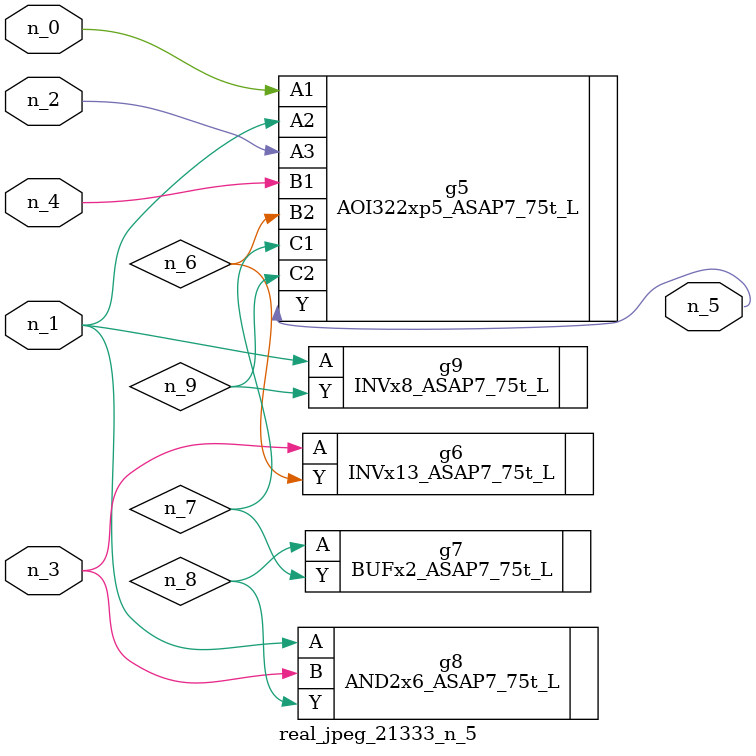
<source format=v>
module real_jpeg_21333_n_5 (n_4, n_0, n_1, n_2, n_3, n_5);

input n_4;
input n_0;
input n_1;
input n_2;
input n_3;

output n_5;

wire n_8;
wire n_6;
wire n_7;
wire n_9;

AOI322xp5_ASAP7_75t_L g5 ( 
.A1(n_0),
.A2(n_1),
.A3(n_2),
.B1(n_4),
.B2(n_6),
.C1(n_7),
.C2(n_9),
.Y(n_5)
);

AND2x6_ASAP7_75t_L g8 ( 
.A(n_1),
.B(n_3),
.Y(n_8)
);

INVx8_ASAP7_75t_L g9 ( 
.A(n_1),
.Y(n_9)
);

INVx13_ASAP7_75t_L g6 ( 
.A(n_3),
.Y(n_6)
);

BUFx2_ASAP7_75t_L g7 ( 
.A(n_8),
.Y(n_7)
);


endmodule
</source>
